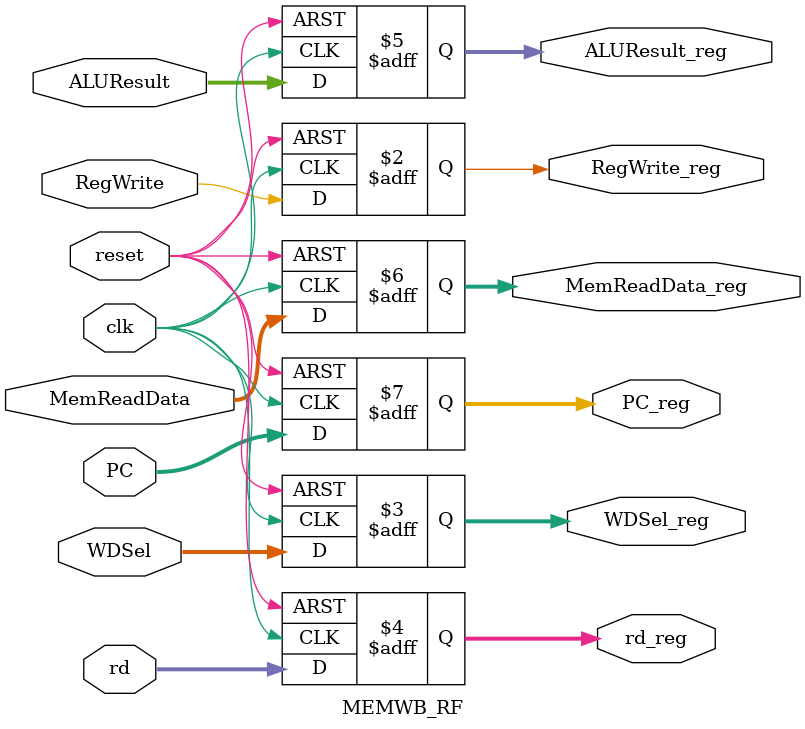
<source format=v>
`timescale 1ns / 1ps


module MEMWB_RF(
    input clk,
    input reset,
    input RegWrite,
    input [1:0] WDSel,
    input [4:0] rd,
    input [31:0] ALUResult,
    input [31:0] MemReadData,
    input [31:0] PC,
    output reg RegWrite_reg,
    output reg [1:0] WDSel_reg,
    output reg [4:0] rd_reg,
    output reg [31:0] ALUResult_reg,
    output reg [31:0] MemReadData_reg,
    output reg [31:0] PC_reg
    );
    
    always@(posedge clk or posedge reset) begin
        if(reset) begin
            RegWrite_reg <= 0;
            WDSel_reg <= 1'b0;
            rd_reg <= 5'b0;
            ALUResult_reg <= 32'b0;
            MemReadData_reg <= 32'b0;
            PC_reg <= 32'b0;
        end
        else begin
            RegWrite_reg <= RegWrite;
            WDSel_reg <= WDSel;
            rd_reg <= rd;
            ALUResult_reg <= ALUResult;
            MemReadData_reg <= MemReadData;
            PC_reg <= PC;
        end
    end
    
endmodule

</source>
